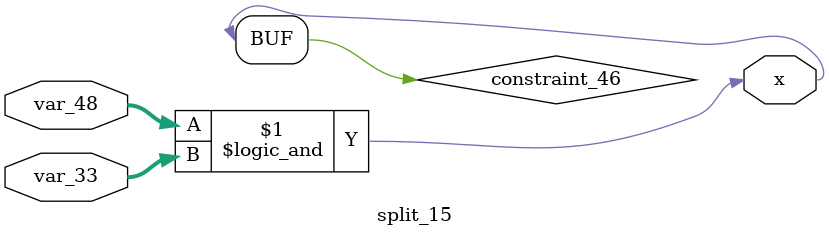
<source format=v>
module split_15(var_33, var_48, x);
    input [14:0] var_33;
    input [4:0] var_48;
    output wire x;

    wire constraint_46;

    assign constraint_46 = |((var_48 && var_33));
    assign x = constraint_46;
endmodule

</source>
